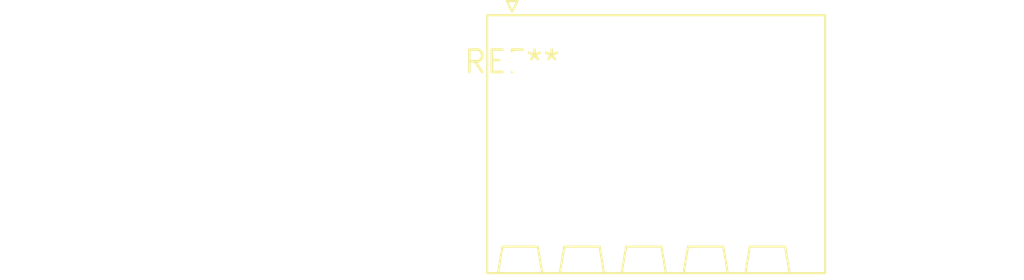
<source format=kicad_pcb>
(kicad_pcb (version 20240108) (generator pcbnew)
  (layers (0 "F.Cu" signal) (31 "B.Cu" signal) (34 "B.Paste" user) (35 "F.Paste" user) (36 "B.SilkS" user "B.Silkscreen") (37 "F.SilkS" user "F.Silkscreen") (38 "B.Mask" user) (39 "F.Mask" user) (44 "Edge.Cuts" user))
  (net 0 "")
  (footprint "PhoenixContact_SPT_1.5_5-H-3.5_1x05_P3.5mm_Horizontal" (layer "F.Cu") (at 0 0)
    (property "Reference" "REF**")
    (property "Value" "PhoenixContact_SPT_1.5_5-H-3.5_1x05_P3.5mm_Horizontal")
    (fp_line (start -1.41 -2.64) (end 17.71 -2.64) (layer "F.SilkS") (stroke (width 0.12)))
    (fp_line (start -1.41 11.98) (end -1.41 -2.64) (layer "F.SilkS") (stroke (width 0.12)))
    (fp_line (start -0.8 11.98) (end -0.55 10.48) (layer "F.SilkS") (stroke (width 0.12)))
    (fp_line (start -0.55 10.48) (end 1.45 10.48) (layer "F.SilkS") (stroke (width 0.12)))
    (fp_line (start -0.3 -3.44) (end 0 -2.84) (layer "F.SilkS") (stroke (width 0.12)))
    (fp_line (start -0.3 -3.44) (end 0.3 -3.44) (layer "F.SilkS") (stroke (width 0.12)))
    (fp_line (start 0.3 -3.44) (end 0 -2.84) (layer "F.SilkS") (stroke (width 0.12)))
    (fp_line (start 1.7 11.98) (end 1.45 10.48) (layer "F.SilkS") (stroke (width 0.12)))
    (fp_line (start 2.7 11.98) (end 2.95 10.48) (layer "F.SilkS") (stroke (width 0.12)))
    (fp_line (start 2.95 10.48) (end 4.95 10.48) (layer "F.SilkS") (stroke (width 0.12)))
    (fp_line (start 5.2 11.98) (end 4.95 10.48) (layer "F.SilkS") (stroke (width 0.12)))
    (fp_line (start 6.2 11.98) (end 6.45 10.48) (layer "F.SilkS") (stroke (width 0.12)))
    (fp_line (start 6.45 10.48) (end 8.45 10.48) (layer "F.SilkS") (stroke (width 0.12)))
    (fp_line (start 8.7 11.98) (end 8.45 10.48) (layer "F.SilkS") (stroke (width 0.12)))
    (fp_line (start 9.7 11.98) (end 9.95 10.48) (layer "F.SilkS") (stroke (width 0.12)))
    (fp_line (start 9.95 10.48) (end 11.95 10.48) (layer "F.SilkS") (stroke (width 0.12)))
    (fp_line (start 12.2 11.98) (end 11.95 10.48) (layer "F.SilkS") (stroke (width 0.12)))
    (fp_line (start 13.2 11.98) (end 13.45 10.48) (layer "F.SilkS") (stroke (width 0.12)))
    (fp_line (start 13.45 10.48) (end 15.45 10.48) (layer "F.SilkS") (stroke (width 0.12)))
    (fp_line (start 15.7 11.98) (end 15.45 10.48) (layer "F.SilkS") (stroke (width 0.12)))
    (fp_line (start 17.71 -2.64) (end 17.71 11.98) (layer "F.SilkS") (stroke (width 0.12)))
    (fp_line (start 17.71 11.98) (end -1.41 11.98) (layer "F.SilkS") (stroke (width 0.12)))
    (pad "1" thru_hole roundrect (at 0 0) (size 1.8 3.3) (drill 1.1) (layers *.Cu *.Mask) (remove_unused_layers) (roundrect_rratio 0.138889))
    (pad "1" thru_hole roundrect (at 0 8.2) (size 1.8 3.3) (drill 1.1) (layers *.Cu *.Mask) (remove_unused_layers) (roundrect_rratio 0.138889))
    (pad "2" thru_hole oval (at 3.5 0) (size 1.8 3.3) (drill 1.1) (layers *.Cu *.Mask) (remove_unused_layers))
    (pad "2" thru_hole oval (at 3.5 8.2) (size 1.8 3.3) (drill 1.1) (layers *.Cu *.Mask) (remove_unused_layers))
    (pad "3" thru_hole oval (at 7 0) (size 1.8 3.3) (drill 1.1) (layers *.Cu *.Mask) (remove_unused_layers))
    (pad "3" thru_hole oval (at 7 8.2) (size 1.8 3.3) (drill 1.1) (layers *.Cu *.Mask) (remove_unused_layers))
    (pad "4" thru_hole oval (at 10.5 0) (size 1.8 3.3) (drill 1.1) (layers *.Cu *.Mask) (remove_unused_layers))
    (pad "4" thru_hole oval (at 10.5 8.2) (size 1.8 3.3) (drill 1.1) (layers *.Cu *.Mask) (remove_unused_layers))
    (pad "5" thru_hole oval (at 14 0) (size 1.8 3.3) (drill 1.1) (layers *.Cu *.Mask) (remove_unused_layers))
    (pad "5" thru_hole oval (at 14 8.2) (size 1.8 3.3) (drill 1.1) (layers *.Cu *.Mask) (remove_unused_layers))
  )
)
</source>
